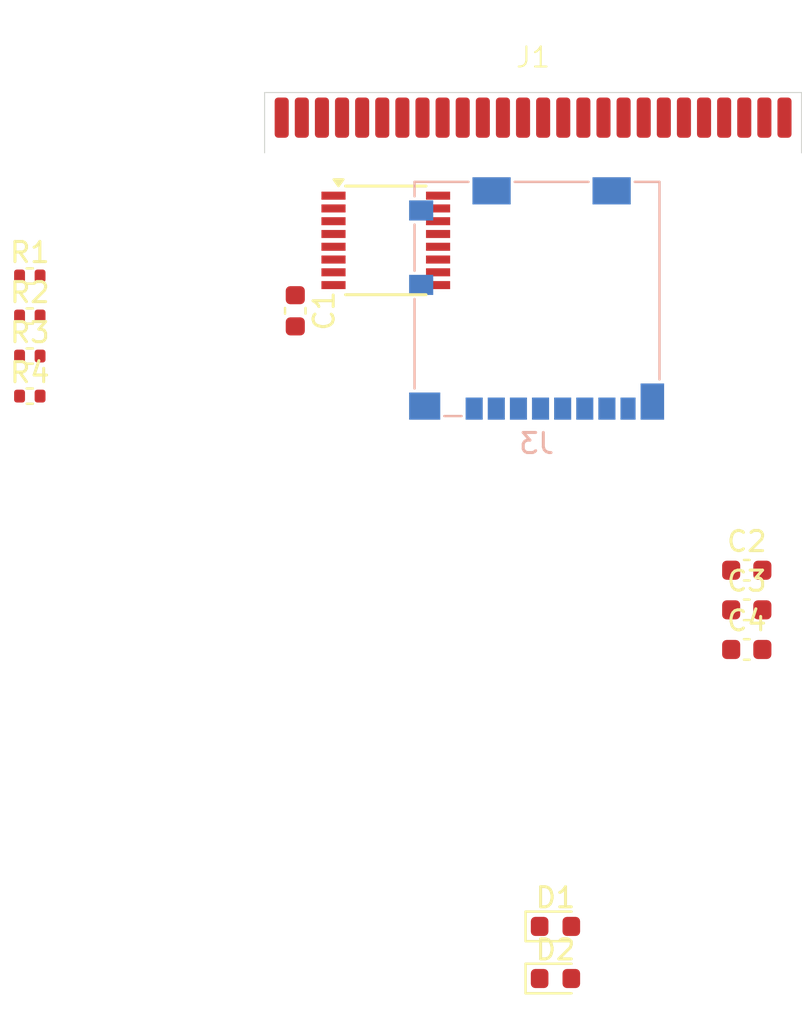
<source format=kicad_pcb>
(kicad_pcb (version 20240108) (generator "pcbnew") (generator_version "8.0")
  (layers (0 "F.Cu" signal) (31 "B.Cu" signal) (34 "B.Paste" user) (35 "F.Paste" user) (36 "B.SilkS" user "B.Silkscreen") (37 "F.SilkS" user "F.Silkscreen") (38 "B.Mask" user) (39 "F.Mask" user) (44 "Edge.Cuts" user))
  (net 0 "")
  (net 1 "GND")
  (net 2 "/SD_3V3")
  (net 3 "+3V3")
  (net 4 "Net-(D1-A)")
  (net 5 "/PCIe_LED")
  (net 6 "Net-(D2-A)")
  (net 7 "/SD_DAT1")
  (net 8 "/SD_DAT3")
  (net 9 "/SD_DAT0")
  (net 10 "/SD_CMD")
  (net 11 "/SD_CLK")
  (net 12 "/SD_DAT2")
  (net 13 "/USB_D-")
  (net 14 "Net-(U1-DM)")
  (net 15 "/USB_D+")
  (net 16 "Net-(U1-DP)")
  (net 17 "/SD_LED")
  (net 20 "+1V5")
  (net 21 "/PERST")
  (net 23 "/CLKREQ")
  (net 24 "/RCLKn")
  (net 25 "/PCIe_TXp0")
  (net 27 "/RCLKp")
  (net 29 "/PCIe_TXn0")
  (net 30 "/PEWAKE")
  (net 31 "/PCIe_RXp0")
  (net 33 "/PCIe_RXn0")
  (footprint "LED_SMD:LED_0603_1608Metric" (layer "F.Cu") (at 172.4375 118.1)
    (property "Reference" "D1" (at 0 -1.43 0) (layer "F.SilkS"))
    (property "Value" "LED")
    (fp_line (start -1.485 -0.735) (end -1.485 0.735) (stroke (width 0.12)) (layer "F.SilkS"))
    (fp_line (start -1.485 0.735) (end 0.8 0.735) (stroke (width 0.12)) (layer "F.SilkS"))
    (fp_line (start 0.8 -0.735) (end -1.485 -0.735) (stroke (width 0.12)) (layer "F.SilkS"))
    (pad "1" smd roundrect (at -0.7875 0) (size 0.875 0.95) (layers "F.Cu" "F.Paste" "F.Mask") (net 1 "GND"))
    (pad "2" smd roundrect (at 0.7875 0) (size 0.875 0.95) (layers "F.Cu" "F.Paste" "F.Mask") (net 4 "Net-(D1-A)"))
  )
  (footprint "Capacitor_SMD:C_0603_1608Metric" (layer "F.Cu") (at 181.95 104.335)
    (property "Reference" "C4" (at 0 -1.43 0) (layer "F.SilkS"))
    (property "Value" "10uF")
    (fp_line (start -0.14058 -0.51) (end 0.14058 -0.51) (stroke (width 0.12)) (layer "F.SilkS"))
    (fp_line (start -0.14058 0.51) (end 0.14058 0.51) (stroke (width 0.12)) (layer "F.SilkS"))
    (pad "1" smd roundrect (at -0.775 0) (size 0.9 0.95) (layers "F.Cu" "F.Paste" "F.Mask") (net 3 "+3V3"))
    (pad "2" smd roundrect (at 0.775 0) (size 0.9 0.95) (layers "F.Cu" "F.Paste" "F.Mask") (net 1 "GND"))
  )
  (footprint "Resistor_SMD:R_0402_1005Metric" (layer "F.Cu") (at 146.3 87.76)
    (property "Reference" "R2" (at 0 -1.17 360) (layer "F.SilkS"))
    (property "Value" "22")
    (fp_line (start -0.153641 -0.38) (end 0.153641 -0.38) (stroke (width 0.12)) (layer "F.SilkS"))
    (fp_line (start -0.153641 0.38) (end 0.153641 0.38) (stroke (width 0.12)) (layer "F.SilkS"))
    (pad "1" smd roundrect (at -0.509999 0) (size 0.54 0.64) (layers "F.Cu" "F.Paste" "F.Mask") (net 15 "/USB_D+"))
    (pad "2" smd roundrect (at 0.509999 0) (size 0.54 0.64) (layers "F.Cu" "F.Paste" "F.Mask") (net 16 "Net-(U1-DP)"))
  )
  (footprint "LED_SMD:LED_0603_1608Metric" (layer "F.Cu") (at 172.4375 120.69)
    (property "Reference" "D2" (at 0 -1.43 0) (layer "F.SilkS"))
    (property "Value" "LED")
    (fp_line (start -1.485 -0.735) (end -1.485 0.735) (stroke (width 0.12)) (layer "F.SilkS"))
    (fp_line (start -1.485 0.735) (end 0.8 0.735) (stroke (width 0.12)) (layer "F.SilkS"))
    (fp_line (start 0.8 -0.735) (end -1.485 -0.735) (stroke (width 0.12)) (layer "F.SilkS"))
    (pad "1" smd roundrect (at -0.7875 0) (size 0.875 0.95) (layers "F.Cu" "F.Paste" "F.Mask") (net 5 "/PCIe_LED"))
    (pad "2" smd roundrect (at 0.7875 0) (size 0.875 0.95) (layers "F.Cu" "F.Paste" "F.Mask") (net 6 "Net-(D2-A)"))
  )
  (footprint "Resistor_SMD:R_0402_1005Metric" (layer "F.Cu") (at 146.3 89.75)
    (property "Reference" "R3" (at 0 -1.17 360) (layer "F.SilkS"))
    (property "Value" "10k")
    (fp_line (start -0.153641 -0.38) (end 0.153641 -0.38) (stroke (width 0.12)) (layer "F.SilkS"))
    (fp_line (start -0.153641 0.38) (end 0.153641 0.38) (stroke (width 0.12)) (layer "F.SilkS"))
    (pad "1" smd roundrect (at -0.509999 0) (size 0.54 0.64) (layers "F.Cu" "F.Paste" "F.Mask") (net 6 "Net-(D2-A)"))
    (pad "2" smd roundrect (at 0.509999 0) (size 0.54 0.64) (layers "F.Cu" "F.Paste" "F.Mask") (net 3 "+3V3"))
  )
  (footprint "Capacitor_SMD:C_0603_1608Metric" (layer "F.Cu") (at 181.95 100.395)
    (property "Reference" "C2" (at 0 -1.43 0) (layer "F.SilkS"))
    (property "Value" "10uF")
    (fp_line (start -0.14058 -0.51) (end 0.14058 -0.51) (stroke (width 0.12)) (layer "F.SilkS"))
    (fp_line (start -0.14058 0.51) (end 0.14058 0.51) (stroke (width 0.12)) (layer "F.SilkS"))
    (pad "1" smd roundrect (at -0.775 0) (size 0.9 0.95) (layers "F.Cu" "F.Paste" "F.Mask") (net 3 "+3V3"))
    (pad "2" smd roundrect (at 0.775 0) (size 0.9 0.95) (layers "F.Cu" "F.Paste" "F.Mask") (net 1 "GND"))
  )
  (footprint "Library:ExpressCard_Plug" (layer "F.Cu") (at 171.325 77.9)
    (property "Reference" "J1" (at 0 -3 0) (layer "F.SilkS") (effects (font (thickness 0.1))))
    (property "Value" "ExpressCard")
    (fp_line (start -13.35 -1.25) (end 13.35 -1.25) (stroke (width 0.05)) (layer "Edge.Cuts"))
    (fp_line (start -13.35 1.75) (end -13.35 -1.25) (stroke (width 0.05)) (layer "Edge.Cuts"))
    (fp_line (start 13.35 -1.25) (end 13.35 1.75) (stroke (width 0.05)) (layer "Edge.Cuts"))
    (pad "1" smd roundrect (at -12.5 0) (size 0.7 2) (layers "F.Cu" "F.Paste" "F.Mask") (net 1 "GND"))
    (pad "2" smd roundrect (at -11.5 0) (size 0.7 2) (layers "F.Cu" "F.Paste" "F.Mask") (net 13 "/USB_D-"))
    (pad "3" smd roundrect (at -10.5 0) (size 0.7 2) (layers "F.Cu" "F.Paste" "F.Mask") (net 15 "/USB_D+"))
    (pad "4" smd roundrect (at -9.5 0) (size 0.7 2) (layers "F.Cu" "F.Paste" "F.Mask") (net 1 "GND"))
    (pad "5" smd roundrect (at -8.5 0) (size 0.7 2) (layers "F.Cu" "F.Paste" "F.Mask"))
    (pad "6" smd roundrect (at -7.5 0) (size 0.7 2) (layers "F.Cu" "F.Paste" "F.Mask"))
    (pad "7" smd roundrect (at -6.5 0) (size 0.7 2) (layers "F.Cu" "F.Paste" "F.Mask"))
    (pad "8" smd roundrect (at -5.5 0) (size 0.7 2) (layers "F.Cu" "F.Paste" "F.Mask"))
    (pad "9" smd roundrect (at -4.5 0) (size 0.7 2) (layers "F.Cu" "F.Paste" "F.Mask") (net 20 "+1V5"))
    (pad "10" smd roundrect (at -3.5 0) (size 0.7 2) (layers "F.Cu" "F.Paste" "F.Mask") (net 20 "+1V5"))
    (pad "11" smd roundrect (at -2.5 0) (size 0.7 2) (layers "F.Cu" "F.Paste" "F.Mask") (net 30 "/PEWAKE"))
    (pad "12" smd roundrect (at -1.5 0) (size 0.7 2) (layers "F.Cu" "F.Paste" "F.Mask"))
    (pad "13" smd roundrect (at -0.5 0) (size 0.7 2) (layers "F.Cu" "F.Paste" "F.Mask") (net 21 "/PERST"))
    (pad "14" smd roundrect (at 0.5 0) (size 0.7 2) (layers "F.Cu" "F.Paste" "F.Mask") (net 3 "+3V3"))
    (pad "15" smd roundrect (at 1.5 0) (size 0.7 2) (layers "F.Cu" "F.Paste" "F.Mask") (net 3 "+3V3"))
    (pad "16" smd roundrect (at 2.5 0) (size 0.7 2) (layers "F.Cu" "F.Paste" "F.Mask") (net 23 "/CLKREQ"))
    (pad "17" smd roundrect (at 3.5 0) (size 0.7 2) (layers "F.Cu" "F.Paste" "F.Mask") (net 1 "GND"))
    (pad "18" smd roundrect (at 4.5 0) (size 0.7 2) (layers "F.Cu" "F.Paste" "F.Mask") (net 24 "/RCLKn"))
    (pad "19" smd roundrect (at 5.5 0) (size 0.7 2) (layers "F.Cu" "F.Paste" "F.Mask") (net 27 "/RCLKp"))
    (pad "20" smd roundrect (at 6.5 0) (size 0.7 2) (layers "F.Cu" "F.Paste" "F.Mask") (net 1 "GND"))
    (pad "21" smd roundrect (at 7.5 0) (size 0.7 2) (layers "F.Cu" "F.Paste" "F.Mask") (net 33 "/PCIe_RXn0"))
    (pad "22" smd roundrect (at 8.5 0) (size 0.7 2) (layers "F.Cu" "F.Paste" "F.Mask") (net 31 "/PCIe_RXp0"))
    (pad "23" smd roundrect (at 9.5 0) (size 0.7 2) (layers "F.Cu" "F.Paste" "F.Mask") (net 1 "GND"))
    (pad "24" smd roundrect (at 10.5 0) (size 0.7 2) (layers "F.Cu" "F.Paste" "F.Mask") (net 29 "/PCIe_TXn0"))
    (pad "25" smd roundrect (at 11.5 0) (size 0.7 2) (layers "F.Cu" "F.Paste" "F.Mask") (net 25 "/PCIe_TXp0"))
    (pad "26" smd roundrect (at 12.5 0) (size 0.7 2) (layers "F.Cu" "F.Paste" "F.Mask") (net 1 "GND"))
  )
  (footprint "Resistor_SMD:R_0402_1005Metric" (layer "F.Cu") (at 146.3 91.74)
    (property "Reference" "R4" (at 0 -1.17 360) (layer "F.SilkS"))
    (property "Value" "10k")
    (fp_line (start -0.153641 -0.38) (end 0.153641 -0.38) (stroke (width 0.12)) (layer "F.SilkS"))
    (fp_line (start -0.153641 0.38) (end 0.153641 0.38) (stroke (width 0.12)) (layer "F.SilkS"))
    (pad "1" smd roundrect (at -0.509999 0) (size 0.54 0.64) (layers "F.Cu" "F.Paste" "F.Mask") (net 17 "/SD_LED"))
    (pad "2" smd roundrect (at 0.509999 0) (size 0.54 0.64) (layers "F.Cu" "F.Paste" "F.Mask") (net 4 "Net-(D1-A)"))
  )
  (footprint "Capacitor_SMD:C_0603_1608Metric" (layer "F.Cu") (at 159.5 87.5 -90)
    (property "Reference" "C1" (at 0 -1.43 90) (layer "F.SilkS"))
    (property "Value" "10uF")
    (fp_line (start -0.140581 0.51) (end 0.140581 0.51) (stroke (width 0.12)) (layer "F.SilkS"))
    (fp_line (start -0.140581 -0.51) (end 0.140581 -0.51) (stroke (width 0.12)) (layer "F.SilkS"))
    (pad "1" smd roundrect (at -0.775 0 270) (size 0.9 0.95) (layers "F.Cu" "F.Paste" "F.Mask") (net 2 "/SD_3V3"))
    (pad "2" smd roundrect (at 0.775 0 270) (size 0.9 0.95) (layers "F.Cu" "F.Paste" "F.Mask") (net 1 "GND"))
  )
  (footprint "Resistor_SMD:R_0402_1005Metric" (layer "F.Cu") (at 146.3 85.77)
    (property "Reference" "R1" (at 0 -1.17 360) (layer "F.SilkS"))
    (property "Value" "22")
    (fp_line (start -0.153641 -0.38) (end 0.153641 -0.38) (stroke (width 0.12)) (layer "F.SilkS"))
    (fp_line (start -0.153641 0.38) (end 0.153641 0.38) (stroke (width 0.12)) (layer "F.SilkS"))
    (pad "1" smd roundrect (at -0.509999 0) (size 0.54 0.64) (layers "F.Cu" "F.Paste" "F.Mask") (net 14 "Net-(U1-DM)"))
    (pad "2" smd roundrect (at 0.509999 0) (size 0.54 0.64) (layers "F.Cu" "F.Paste" "F.Mask") (net 13 "/USB_D-"))
  )
  (footprint "Package_SO:SSOP-16_3.9x4.9mm_P0.635mm" (layer "F.Cu") (at 164 84)
    (property "Reference" "U1" (hide yes))
    (property "Value" "GL823K-HCY04")
    (fp_line (start -2 -2.7) (end 2 -2.7) (stroke (width 0.15)) (layer "F.SilkS"))
    (fp_line (start -2 2.7) (end 2 2.7) (stroke (width 0.15)) (layer "F.SilkS"))
    (fp_poly (pts (xy -2.35 -2.7) (xy -2.59 -3.03) (xy -2.11 -3.03) (xy -2.35 -2.7)) (stroke (width 0.12)) (fill solid) (layer "F.SilkS"))
    (pad "1" smd rect (at -2.6 -2.2225) (size 1.2 0.4) (layers "F.Cu" "F.Paste" "F.Mask") (net 1 "GND"))
    (pad "2" smd rect (at -2.6 -1.5875) (size 1.2 0.4) (layers "F.Cu" "F.Paste" "F.Mask") (net 7 "/SD_DAT1"))
    (pad "3" smd rect (at -2.6 -0.9525) (size 1.2 0.4) (layers "F.Cu" "F.Paste" "F.Mask") (net 9 "/SD_DAT0"))
    (pad "4" smd rect (at -2.6 -0.3175) (size 1.2 0.4) (layers "F.Cu" "F.Paste" "F.Mask") (net 11 "/SD_CLK"))
    (pad "5" smd rect (at -2.6 0.3175) (size 1.2 0.4) (layers "F.Cu" "F.Paste" "F.Mask") (net 10 "/SD_CMD"))
    (pad "6" smd rect (at -2.6 0.9525) (size 1.2 0.4) (layers "F.Cu" "F.Paste" "F.Mask") (net 8 "/SD_DAT3"))
    (pad "7" smd rect (at -2.6 1.5875) (size 1.2 0.4) (layers "F.Cu" "F.Paste" "F.Mask") (net 12 "/SD_DAT2"))
    (pad "8" smd rect (at -2.6 2.2225) (size 1.2 0.4) (layers "F.Cu" "F.Paste" "F.Mask") (net 2 "/SD_3V3"))
    (pad "9" smd rect (at 2.6 2.2225) (size 1.2 0.4) (layers "F.Cu" "F.Paste" "F.Mask") (net 3 "+3V3"))
    (pad "10" smd rect (at 2.6 1.5875) (size 1.2 0.4) (layers "F.Cu" "F.Paste" "F.Mask"))
    (pad "11" smd rect (at 2.6 0.9525) (size 1.2 0.4) (layers "F.Cu" "F.Paste" "F.Mask"))
    (pad "12" smd rect (at 2.6 0.3175) (size 1.2 0.4) (layers "F.Cu" "F.Paste" "F.Mask") (net 17 "/SD_LED"))
    (pad "13" smd rect (at 2.6 -0.3175) (size 1.2 0.4) (layers "F.Cu" "F.Paste" "F.Mask") (net 3 "+3V3"))
    (pad "14" smd rect (at 2.6 -0.9525) (size 1.2 0.4) (layers "F.Cu" "F.Paste" "F.Mask") (net 1 "GND"))
    (pad "15" smd rect (at 2.6 -1.5875) (size 1.2 0.4) (layers "F.Cu" "F.Paste" "F.Mask") (net 16 "Net-(U1-DP)"))
    (pad "16" smd rect (at 2.6 -2.2225) (size 1.2 0.4) (layers "F.Cu" "F.Paste" "F.Mask") (net 14 "Net-(U1-DM)"))
  )
  (footprint "Capacitor_SMD:C_0603_1608Metric" (layer "F.Cu") (at 181.95 102.365)
    (property "Reference" "C3" (at 0 -1.43 0) (layer "F.SilkS"))
    (property "Value" "10uF")
    (fp_line (start -0.14058 -0.51) (end 0.14058 -0.51) (stroke (width 0.12)) (layer "F.SilkS"))
    (fp_line (start -0.14058 0.51) (end 0.14058 0.51) (stroke (width 0.12)) (layer "F.SilkS"))
    (pad "1" smd roundrect (at -0.775 0) (size 0.9 0.95) (layers "F.Cu" "F.Paste" "F.Mask") (net 3 "+3V3"))
    (pad "2" smd roundrect (at 0.775 0) (size 0.9 0.95) (layers "F.Cu" "F.Paste" "F.Mask") (net 1 "GND"))
  )
  (footprint "Connector_Card:microSD_HC_Molex_104031-0811" (layer "B.Cu") (at 171.5 86.9125)
    (property "Reference" "J3" (at 0 7.18 360) (layer "B.SilkS") (effects (justify mirror)))
    (property "Value" "Micro_SD_Card")
    (fp_line (start -6.07 -5.82) (end -6.07 -5.1) (stroke (width 0.12)) (layer "B.SilkS"))
    (fp_line (start -6.07 -3.7) (end -6.07 -1.4) (stroke (width 0.12)) (layer "B.SilkS"))
    (fp_line (start -6.07 0) (end -6.07 4.45) (stroke (width 0.12)) (layer "B.SilkS"))
    (fp_line (start -3.73 5.82) (end -4.590001 5.82) (stroke (width 0.12)) (layer "B.SilkS"))
    (fp_line (start -3.39 -5.819999) (end -6.07 -5.82) (stroke (width 0.12)) (layer "B.SilkS"))
    (fp_line (start 2.58 -5.82) (end -1.09 -5.82) (stroke (width 0.12)) (layer "B.SilkS"))
    (fp_line (start 6.11 -5.82) (end 4.880001 -5.82) (stroke (width 0.12)) (layer "B.SilkS"))
    (fp_line (start 6.11 4.000001) (end 6.11 -5.82) (stroke (width 0.12)) (layer "B.SilkS"))
    (pad "1" smd rect (at -3.105001 5.45) (size 0.85 1.1) (layers "B.Cu" "B.Paste" "B.Mask") (net 12 "/SD_DAT2"))
    (pad "2" smd rect (at -2.005 5.45) (size 0.85 1.1) (layers "B.Cu" "B.Paste" "B.Mask") (net 8 "/SD_DAT3"))
    (pad "3" smd rect (at -0.905001 5.45) (size 0.85 1.1) (layers "B.Cu" "B.Paste" "B.Mask") (net 10 "/SD_CMD"))
    (pad "4" smd rect (at 0.195 5.45) (size 0.85 1.1) (layers "B.Cu" "B.Paste" "B.Mask") (net 2 "/SD_3V3"))
    (pad "5" smd rect (at 1.295 5.45) (size 0.85 1.1) (layers "B.Cu" "B.Paste" "B.Mask") (net 11 "/SD_CLK"))
    (pad "6" smd rect (at 2.395 5.45) (size 0.85 1.1) (layers "B.Cu" "B.Paste" "B.Mask") (net 1 "GND"))
    (pad "7" smd rect (at 3.495 5.45) (size 0.85 1.1) (layers "B.Cu" "B.Paste" "B.Mask") (net 9 "/SD_DAT0"))
    (pad "8" smd rect (at 4.545 5.45) (size 0.75 1.1) (layers "B.Cu" "B.Paste" "B.Mask") (net 7 "/SD_DAT1"))
    (pad "9" smd rect (at -5.74 -0.7) (size 1.2 1) (layers "B.Cu" "B.Paste" "B.Mask") (net 1 "GND"))
    (pad "10" smd rect (at -5.74 -4.4) (size 1.2 1) (layers "B.Cu" "B.Paste" "B.Mask"))
    (pad "11" smd rect (at -5.565 5.325) (size 1.55 1.35) (layers "B.Cu" "B.Paste" "B.Mask"))
    (pad "11" smd rect (at -2.24 -5.375) (size 1.9 1.35) (layers "B.Cu" "B.Paste" "B.Mask"))
    (pad "11" smd rect (at 3.73 -5.375) (size 1.9 1.35) (layers "B.Cu" "B.Paste" "B.Mask"))
    (pad "11" smd rect (at 5.755 5.1) (size 1.17 1.8) (layers "B.Cu" "B.Paste" "B.Mask"))
  )
)
</source>
